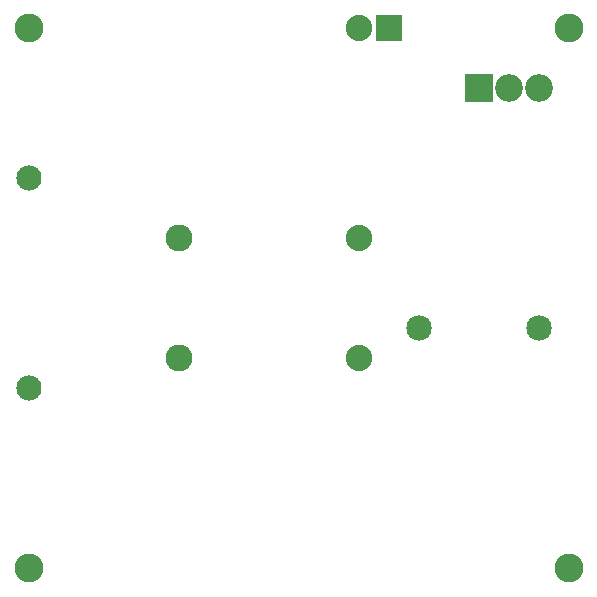
<source format=gbs>
G04 MADE WITH FRITZING*
G04 WWW.FRITZING.ORG*
G04 DOUBLE SIDED*
G04 HOLES PLATED*
G04 CONTOUR ON CENTER OF CONTOUR VECTOR*
%ASAXBY*%
%FSLAX23Y23*%
%MOIN*%
%OFA0B0*%
%SFA1.0B1.0*%
%ADD10C,0.088000*%
%ADD11C,0.092000*%
%ADD12C,0.090000*%
%ADD13C,0.084000*%
%ADD14C,0.085000*%
%ADD15C,0.096614*%
%ADD16R,0.088000X0.088000*%
%ADD17R,0.092000X0.092000*%
%LNMASK0*%
G90*
G70*
G54D10*
X1292Y1897D03*
X1192Y1897D03*
G54D11*
X1592Y1697D03*
X1692Y1697D03*
X1792Y1697D03*
G54D12*
X592Y1197D03*
X592Y797D03*
G54D13*
X92Y697D03*
X92Y1397D03*
G54D10*
X1192Y797D03*
X1192Y1197D03*
G54D14*
X1392Y897D03*
X1792Y897D03*
G54D15*
X92Y1897D03*
X1892Y1897D03*
X1892Y97D03*
X92Y97D03*
G54D16*
X1292Y1897D03*
G54D17*
X1592Y1697D03*
G04 End of Mask0*
M02*
</source>
